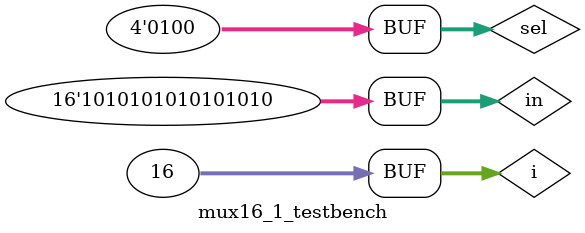
<source format=sv>
`timescale 1ps / 1ps
module mux16_1(in, sel, out);
	input logic [15:0] in; 
	input logic [3:0] sel;
	output logic out;
	
	logic m0_out, m1_out;
	
	mux8_1 m0 (.in(in[7:0]), .sel(sel[2:0]), .out(m0_out));
	mux8_1 m1 (.in(in[15:8]), .sel(sel[2:0]), .out(m1_out));
	mux2_1 m  (.i0(m0_out), .i1(m1_out), .sel(sel[3]), .out(out));
	
endmodule


module mux16_1_testbench();
	logic [15:0] in; 
	logic [3:0] sel;	
	logic out;
	
	mux16_1 dut (.in, .sel, .out);
	
	integer i;
	
	initial begin
		for(i=0; i<16; i++) begin
			sel = i;
			in = 16'b0;
			in[i] = 1'b1;		#750;		
		end
		
		in = 16'b1010_1010_1010_1010;
		
		for(i=0; i<16; i++) begin
			sel = i; 			#750;	
		end
		
		sel = 4'b1011; #750;
		 
		sel = 4'b1001; #750;
		
		sel = 4'b0100;	#750;
		
		
	end
endmodule
</source>
